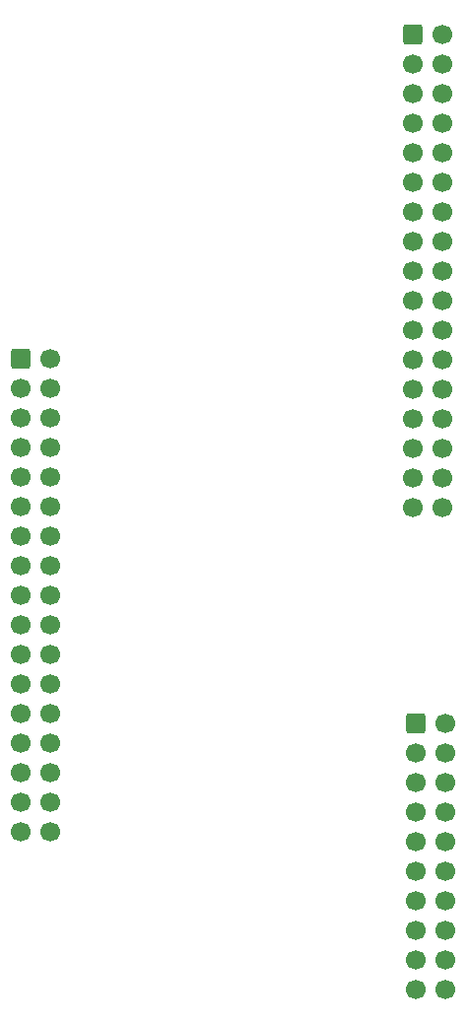
<source format=gbr>
%TF.GenerationSoftware,KiCad,Pcbnew,8.0.2*%
%TF.CreationDate,2024-05-12T23:01:34-04:00*%
%TF.ProjectId,rbmfm,72626d66-6d2e-46b6-9963-61645f706362,rev?*%
%TF.SameCoordinates,Original*%
%TF.FileFunction,Soldermask,Bot*%
%TF.FilePolarity,Negative*%
%FSLAX46Y46*%
G04 Gerber Fmt 4.6, Leading zero omitted, Abs format (unit mm)*
G04 Created by KiCad (PCBNEW 8.0.2) date 2024-05-12 23:01:34*
%MOMM*%
%LPD*%
G01*
G04 APERTURE LIST*
G04 Aperture macros list*
%AMRoundRect*
0 Rectangle with rounded corners*
0 $1 Rounding radius*
0 $2 $3 $4 $5 $6 $7 $8 $9 X,Y pos of 4 corners*
0 Add a 4 corners polygon primitive as box body*
4,1,4,$2,$3,$4,$5,$6,$7,$8,$9,$2,$3,0*
0 Add four circle primitives for the rounded corners*
1,1,$1+$1,$2,$3*
1,1,$1+$1,$4,$5*
1,1,$1+$1,$6,$7*
1,1,$1+$1,$8,$9*
0 Add four rect primitives between the rounded corners*
20,1,$1+$1,$2,$3,$4,$5,0*
20,1,$1+$1,$4,$5,$6,$7,0*
20,1,$1+$1,$6,$7,$8,$9,0*
20,1,$1+$1,$8,$9,$2,$3,0*%
G04 Aperture macros list end*
%ADD10RoundRect,0.250000X-0.600000X-0.600000X0.600000X-0.600000X0.600000X0.600000X-0.600000X0.600000X0*%
%ADD11C,1.700000*%
G04 APERTURE END LIST*
D10*
%TO.C,J1*%
X117750000Y-98470000D03*
D11*
X120290000Y-98470000D03*
X117750000Y-101010000D03*
X120290000Y-101010000D03*
X117750000Y-103550000D03*
X120290000Y-103550000D03*
X117750000Y-106090000D03*
X120290000Y-106090000D03*
X117750000Y-108630000D03*
X120290000Y-108630000D03*
X117750000Y-111170000D03*
X120290000Y-111170000D03*
X117750000Y-113710000D03*
X120290000Y-113710000D03*
X117750000Y-116250000D03*
X120290000Y-116250000D03*
X117750000Y-118790000D03*
X120290000Y-118790000D03*
X117750000Y-121330000D03*
X120290000Y-121330000D03*
X117750000Y-123870000D03*
X120290000Y-123870000D03*
X117750000Y-126410000D03*
X120290000Y-126410000D03*
X117750000Y-128950000D03*
X120290000Y-128950000D03*
X117750000Y-131490000D03*
X120290000Y-131490000D03*
X117750000Y-134030000D03*
X120290000Y-134030000D03*
X117750000Y-136570000D03*
X120290000Y-136570000D03*
X117750000Y-139110000D03*
X120290000Y-139110000D03*
%TD*%
D10*
%TO.C,J3*%
X151710000Y-129840000D03*
D11*
X154250000Y-129840000D03*
X151710000Y-132380000D03*
X154250000Y-132380000D03*
X151710000Y-134920000D03*
X154250000Y-134920000D03*
X151710000Y-137460000D03*
X154250000Y-137460000D03*
X151710000Y-140000000D03*
X154250000Y-140000000D03*
X151710000Y-142540000D03*
X154250000Y-142540000D03*
X151710000Y-145080000D03*
X154250000Y-145080000D03*
X151710000Y-147620000D03*
X154250000Y-147620000D03*
X151710000Y-150160000D03*
X154250000Y-150160000D03*
X151710000Y-152700000D03*
X154250000Y-152700000D03*
%TD*%
D10*
%TO.C,J2*%
X151460000Y-70610000D03*
D11*
X154000000Y-70610000D03*
X151460000Y-73150000D03*
X154000000Y-73150000D03*
X151460000Y-75690000D03*
X154000000Y-75690000D03*
X151460000Y-78230000D03*
X154000000Y-78230000D03*
X151460000Y-80770000D03*
X154000000Y-80770000D03*
X151460000Y-83310000D03*
X154000000Y-83310000D03*
X151460000Y-85850000D03*
X154000000Y-85850000D03*
X151460000Y-88390000D03*
X154000000Y-88390000D03*
X151460000Y-90930000D03*
X154000000Y-90930000D03*
X151460000Y-93470000D03*
X154000000Y-93470000D03*
X151460000Y-96010000D03*
X154000000Y-96010000D03*
X151460000Y-98550000D03*
X154000000Y-98550000D03*
X151460000Y-101090000D03*
X154000000Y-101090000D03*
X151460000Y-103630000D03*
X154000000Y-103630000D03*
X151460000Y-106170000D03*
X154000000Y-106170000D03*
X151460000Y-108710000D03*
X154000000Y-108710000D03*
X151460000Y-111250000D03*
X154000000Y-111250000D03*
%TD*%
M02*

</source>
